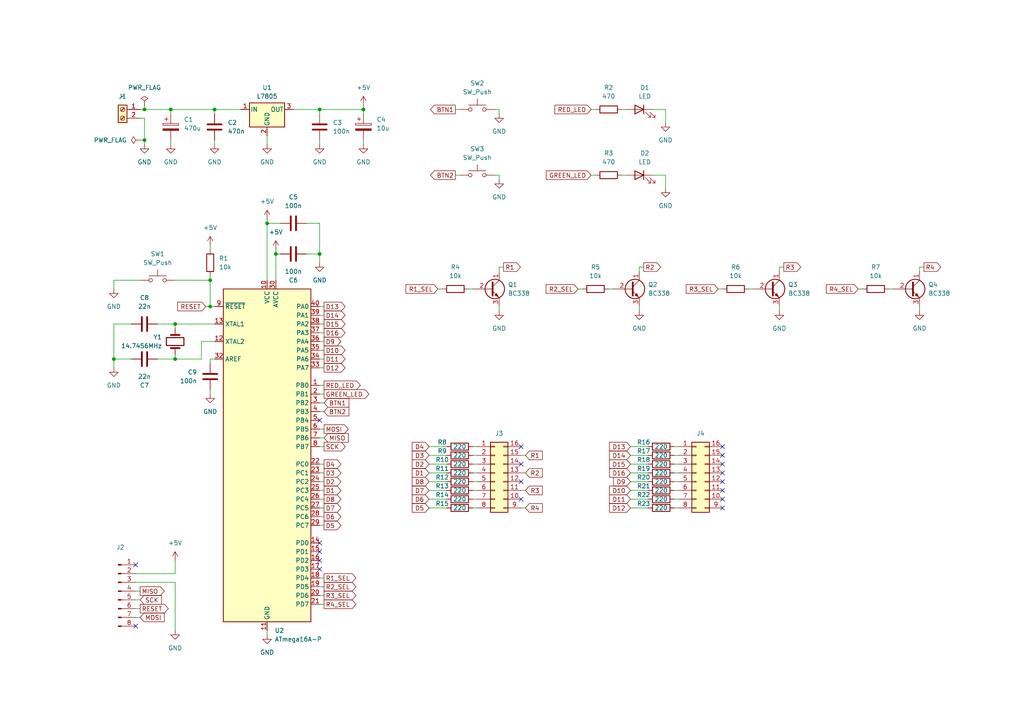
<source format=kicad_sch>
(kicad_sch (version 20230121) (generator eeschema)
  (paper "A4")
  (lib_symbols
    (symbol "Connector:Conn_01x08_Pin" (pin_names (offset 1.016) hide)
      (property "Reference" "J" (at 0 10.16 0))
      (property "Value" "Conn_01x08_Pin" (at 0 -12.7 0))
      (symbol "Conn_01x08_Pin_1_1"
        (polyline (pts (xy 1.27 -10.16) (xy 0.8636 -10.16)) (stroke (width 0.1524)))
        (polyline (pts (xy 1.27 -7.62) (xy 0.8636 -7.62)) (stroke (width 0.1524)))
        (polyline (pts (xy 1.27 -5.08) (xy 0.8636 -5.08)) (stroke (width 0.1524)))
        (polyline (pts (xy 1.27 -2.54) (xy 0.8636 -2.54)) (stroke (width 0.1524)))
        (polyline (pts (xy 1.27 0) (xy 0.8636 0)) (stroke (width 0.1524)))
        (polyline (pts (xy 1.27 2.54) (xy 0.8636 2.54)) (stroke (width 0.1524)))
        (polyline (pts (xy 1.27 5.08) (xy 0.8636 5.08)) (stroke (width 0.1524)))
        (polyline (pts (xy 1.27 7.62) (xy 0.8636 7.62)) (stroke (width 0.1524)))
        (rectangle (start 0.8636 -10.033) (end 0 -10.287) (stroke (width 0.1524)) (fill (type outline)))
        (rectangle (start 0.8636 -7.493) (end 0 -7.747) (stroke (width 0.1524)) (fill (type outline)))
        (rectangle (start 0.8636 -4.953) (end 0 -5.207) (stroke (width 0.1524)) (fill (type outline)))
        (rectangle (start 0.8636 -2.413) (end 0 -2.667) (stroke (width 0.1524)) (fill (type outline)))
        (rectangle (start 0.8636 0.127) (end 0 -0.127) (stroke (width 0.1524)) (fill (type outline)))
        (rectangle (start 0.8636 2.667) (end 0 2.413) (stroke (width 0.1524)) (fill (type outline)))
        (rectangle (start 0.8636 5.207) (end 0 4.953) (stroke (width 0.1524)) (fill (type outline)))
        (rectangle (start 0.8636 7.747) (end 0 7.493) (stroke (width 0.1524)) (fill (type outline)))
        (pin passive line (at 5.08 7.62 180) (length 3.81) (name "Pin_1") (number "1"))
        (pin passive line (at 5.08 5.08 180) (length 3.81) (name "Pin_2") (number "2"))
        (pin passive line (at 5.08 2.54 180) (length 3.81) (name "Pin_3") (number "3"))
        (pin passive line (at 5.08 0 180) (length 3.81) (name "Pin_4") (number "4"))
        (pin passive line (at 5.08 -2.54 180) (length 3.81) (name "Pin_5") (number "5"))
        (pin passive line (at 5.08 -5.08 180) (length 3.81) (name "Pin_6") (number "6"))
        (pin passive line (at 5.08 -7.62 180) (length 3.81) (name "Pin_7") (number "7"))
        (pin passive line (at 5.08 -10.16 180) (length 3.81) (name "Pin_8") (number "8"))
      )
    )
    (symbol "Connector:Screw_Terminal_01x02" (pin_names (offset 1.016) hide)
      (property "Reference" "J" (at 0 2.54 0))
      (property "Value" "Screw_Terminal_01x02" (at 0 -5.08 0))
      (symbol "Screw_Terminal_01x02_1_1"
        (rectangle (start -1.27 1.27) (end 1.27 -3.81) (stroke (width 0.254)) (fill (type background)))
        (circle (center 0 -2.54) (radius 0.635) (stroke (width 0.1524)))
        (polyline (pts (xy -0.5334 -2.2098) (xy 0.3302 -3.048)) (stroke (width 0.1524)))
        (polyline (pts (xy -0.5334 0.3302) (xy 0.3302 -0.508)) (stroke (width 0.1524)))
        (polyline (pts (xy -0.3556 -2.032) (xy 0.508 -2.8702)) (stroke (width 0.1524)))
        (polyline (pts (xy -0.3556 0.508) (xy 0.508 -0.3302)) (stroke (width 0.1524)))
        (circle (center 0 0) (radius 0.635) (stroke (width 0.1524)))
        (pin passive line (at -5.08 0 0) (length 3.81) (name "Pin_1") (number "1"))
        (pin passive line (at -5.08 -2.54 0) (length 3.81) (name "Pin_2") (number "2"))
      )
    )
    (symbol "Connector_Generic:Conn_02x08_Counter_Clockwise" (pin_names (offset 1.016) hide)
      (property "Reference" "J" (at 1.27 10.16 0))
      (property "Value" "Conn_02x08_Counter_Clockwise" (at 1.27 -12.7 0))
      (symbol "Conn_02x08_Counter_Clockwise_1_1"
        (rectangle (start -1.27 -10.033) (end 0 -10.287) (stroke (width 0.1524)))
        (rectangle (start -1.27 -7.493) (end 0 -7.747) (stroke (width 0.1524)))
        (rectangle (start -1.27 -4.953) (end 0 -5.207) (stroke (width 0.1524)))
        (rectangle (start -1.27 -2.413) (end 0 -2.667) (stroke (width 0.1524)))
        (rectangle (start -1.27 0.127) (end 0 -0.127) (stroke (width 0.1524)))
        (rectangle (start -1.27 2.667) (end 0 2.413) (stroke (width 0.1524)))
        (rectangle (start -1.27 5.207) (end 0 4.953) (stroke (width 0.1524)))
        (rectangle (start -1.27 7.747) (end 0 7.493) (stroke (width 0.1524)))
        (rectangle (start -1.27 8.89) (end 3.81 -11.43) (stroke (width 0.254)) (fill (type background)))
        (rectangle (start 3.81 -10.033) (end 2.54 -10.287) (stroke (width 0.1524)))
        (rectangle (start 3.81 -7.493) (end 2.54 -7.747) (stroke (width 0.1524)))
        (rectangle (start 3.81 -4.953) (end 2.54 -5.207) (stroke (width 0.1524)))
        (rectangle (start 3.81 -2.413) (end 2.54 -2.667) (stroke (width 0.1524)))
        (rectangle (start 3.81 0.127) (end 2.54 -0.127) (stroke (width 0.1524)))
        (rectangle (start 3.81 2.667) (end 2.54 2.413) (stroke (width 0.1524)))
        (rectangle (start 3.81 5.207) (end 2.54 4.953) (stroke (width 0.1524)))
        (rectangle (start 3.81 7.747) (end 2.54 7.493) (stroke (width 0.1524)))
        (pin passive line (at -5.08 7.62 0) (length 3.81) (name "Pin_1") (number "1"))
        (pin passive line (at 7.62 -7.62 180) (length 3.81) (name "Pin_10") (number "10"))
        (pin passive line (at 7.62 -5.08 180) (length 3.81) (name "Pin_11") (number "11"))
        (pin passive line (at 7.62 -2.54 180) (length 3.81) (name "Pin_12") (number "12"))
        (pin passive line (at 7.62 0 180) (length 3.81) (name "Pin_13") (number "13"))
        (pin passive line (at 7.62 2.54 180) (length 3.81) (name "Pin_14") (number "14"))
        (pin passive line (at 7.62 5.08 180) (length 3.81) (name "Pin_15") (number "15"))
        (pin passive line (at 7.62 7.62 180) (length 3.81) (name "Pin_16") (number "16"))
        (pin passive line (at -5.08 5.08 0) (length 3.81) (name "Pin_2") (number "2"))
        (pin passive line (at -5.08 2.54 0) (length 3.81) (name "Pin_3") (number "3"))
        (pin passive line (at -5.08 0 0) (length 3.81) (name "Pin_4") (number "4"))
        (pin passive line (at -5.08 -2.54 0) (length 3.81) (name "Pin_5") (number "5"))
        (pin passive line (at -5.08 -5.08 0) (length 3.81) (name "Pin_6") (number "6"))
        (pin passive line (at -5.08 -7.62 0) (length 3.81) (name "Pin_7") (number "7"))
        (pin passive line (at -5.08 -10.16 0) (length 3.81) (name "Pin_8") (number "8"))
        (pin passive line (at 7.62 -10.16 180) (length 3.81) (name "Pin_9") (number "9"))
      )
    )
    (symbol "Device:C" (pin_numbers hide) (pin_names (offset 0.254))
      (property "Reference" "C" (at 0.635 2.54 0))
      (property "Value" "C" (at 0.635 -2.54 0))
      (symbol "C_0_1"
        (polyline (pts (xy -2.032 -0.762) (xy 2.032 -0.762)) (stroke (width 0.508)))
        (polyline (pts (xy -2.032 0.762) (xy 2.032 0.762)) (stroke (width 0.508)))
      )
      (symbol "C_1_1"
        (pin passive line (at 0 3.81 270) (length 2.794) (name "~") (number "1"))
        (pin passive line (at 0 -3.81 90) (length 2.794) (name "~") (number "2"))
      )
    )
    (symbol "Device:C_Polarized" (pin_numbers hide) (pin_names (offset 0.254))
      (property "Reference" "C" (at 0.635 2.54 0))
      (property "Value" "C_Polarized" (at 0.635 -2.54 0))
      (symbol "C_Polarized_0_1"
        (rectangle (start -2.286 0.508) (end 2.286 1.016))
        (polyline (pts (xy -1.778 2.286) (xy -0.762 2.286)))
        (polyline (pts (xy -1.27 2.794) (xy -1.27 1.778)))
        (rectangle (start 2.286 -0.508) (end -2.286 -1.016) (fill (type outline)))
      )
      (symbol "C_Polarized_1_1"
        (pin passive line (at 0 3.81 270) (length 2.794) (name "~") (number "1"))
        (pin passive line (at 0 -3.81 90) (length 2.794) (name "~") (number "2"))
      )
    )
    (symbol "Device:Crystal" (pin_numbers hide) (pin_names (offset 1.016) hide)
      (property "Reference" "Y" (at 0 3.81 0))
      (property "Value" "Crystal" (at 0 -3.81 0))
      (symbol "Crystal_0_1"
        (rectangle (start -1.143 2.54) (end 1.143 -2.54) (stroke (width 0.3048)))
        (polyline (pts (xy -2.54 0) (xy -1.905 0)))
        (polyline (pts (xy -1.905 -1.27) (xy -1.905 1.27)) (stroke (width 0.508)))
        (polyline (pts (xy 1.905 -1.27) (xy 1.905 1.27)) (stroke (width 0.508)))
        (polyline (pts (xy 2.54 0) (xy 1.905 0)))
      )
      (symbol "Crystal_1_1"
        (pin passive line (at -3.81 0 0) (length 1.27) (name "1") (number "1"))
        (pin passive line (at 3.81 0 180) (length 1.27) (name "2") (number "2"))
      )
    )
    (symbol "Device:LED" (pin_numbers hide) (pin_names (offset 1.016) hide)
      (property "Reference" "D" (at 0 2.54 0))
      (property "Value" "LED" (at 0 -2.54 0))
      (symbol "LED_0_1"
        (polyline (pts (xy -1.27 -1.27) (xy -1.27 1.27)) (stroke (width 0.254)))
        (polyline (pts (xy -1.27 0) (xy 1.27 0)))
        (polyline (pts (xy 1.27 -1.27) (xy 1.27 1.27) (xy -1.27 0) (xy 1.27 -1.27)) (stroke (width 0.254)))
        (polyline (pts (xy -3.048 -0.762) (xy -4.572 -2.286) (xy -3.81 -2.286) (xy -4.572 -2.286) (xy -4.572 -1.524)))
        (polyline (pts (xy -1.778 -0.762) (xy -3.302 -2.286) (xy -2.54 -2.286) (xy -3.302 -2.286) (xy -3.302 -1.524)))
      )
      (symbol "LED_1_1"
        (pin passive line (at -3.81 0 0) (length 2.54) (name "K") (number "1"))
        (pin passive line (at 3.81 0 180) (length 2.54) (name "A") (number "2"))
      )
    )
    (symbol "Device:R" (pin_numbers hide) (pin_names (offset 0))
      (property "Reference" "R" (at 2.032 0 90))
      (property "Value" "R" (at 0 0 90))
      (symbol "R_0_1"
        (rectangle (start -1.016 -2.54) (end 1.016 2.54) (stroke (width 0.254)))
      )
      (symbol "R_1_1"
        (pin passive line (at 0 3.81 270) (length 1.27) (name "~") (number "1"))
        (pin passive line (at 0 -3.81 90) (length 1.27) (name "~") (number "2"))
      )
    )
    (symbol "MCU_Microchip_ATmega:ATmega16A-P"
      (property "Reference" "U" (at -12.7 49.53 0))
      (property "Value" "ATmega16A-P" (at 2.54 -49.53 0))
      (symbol "ATmega16A-P_0_1"
        (rectangle (start -12.7 -48.26) (end 12.7 48.26) (stroke (width 0.254)) (fill (type background)))
      )
      (symbol "ATmega16A-P_1_1"
        (pin bidirectional line (at 15.24 20.32 180) (length 2.54) (name "PB0") (number "1"))
        (pin power_in line (at 0 50.8 270) (length 2.54) (name "VCC") (number "10"))
        (pin power_in line (at 0 -50.8 90) (length 2.54) (name "GND") (number "11"))
        (pin output line (at -15.24 33.02 0) (length 2.54) (name "XTAL2") (number "12"))
        (pin input line (at -15.24 38.1 0) (length 2.54) (name "XTAL1") (number "13"))
        (pin bidirectional line (at 15.24 -25.4 180) (length 2.54) (name "PD0") (number "14"))
        (pin bidirectional line (at 15.24 -27.94 180) (length 2.54) (name "PD1") (number "15"))
        (pin bidirectional line (at 15.24 -30.48 180) (length 2.54) (name "PD2") (number "16"))
        (pin bidirectional line (at 15.24 -33.02 180) (length 2.54) (name "PD3") (number "17"))
        (pin bidirectional line (at 15.24 -35.56 180) (length 2.54) (name "PD4") (number "18"))
        (pin bidirectional line (at 15.24 -38.1 180) (length 2.54) (name "PD5") (number "19"))
        (pin bidirectional line (at 15.24 17.78 180) (length 2.54) (name "PB1") (number "2"))
        (pin bidirectional line (at 15.24 -40.64 180) (length 2.54) (name "PD6") (number "20"))
        (pin bidirectional line (at 15.24 -43.18 180) (length 2.54) (name "PD7") (number "21"))
        (pin bidirectional line (at 15.24 -2.54 180) (length 2.54) (name "PC0") (number "22"))
        (pin bidirectional line (at 15.24 -5.08 180) (length 2.54) (name "PC1") (number "23"))
        (pin bidirectional line (at 15.24 -7.62 180) (length 2.54) (name "PC2") (number "24"))
        (pin bidirectional line (at 15.24 -10.16 180) (length 2.54) (name "PC3") (number "25"))
        (pin bidirectional line (at 15.24 -12.7 180) (length 2.54) (name "PC4") (number "26"))
        (pin bidirectional line (at 15.24 -15.24 180) (length 2.54) (name "PC5") (number "27"))
        (pin bidirectional line (at 15.24 -17.78 180) (length 2.54) (name "PC6") (number "28"))
        (pin bidirectional line (at 15.24 -20.32 180) (length 2.54) (name "PC7") (number "29"))
        (pin bidirectional line (at 15.24 15.24 180) (length 2.54) (name "PB2") (number "3"))
        (pin power_in line (at 2.54 50.8 270) (length 2.54) (name "AVCC") (number "30"))
        (pin passive line (at 0 -50.8 90) (length 2.54) hide (name "GND") (number "31"))
        (pin passive line (at -15.24 27.94 0) (length 2.54) (name "AREF") (number "32"))
        (pin bidirectional line (at 15.24 25.4 180) (length 2.54) (name "PA7") (number "33"))
        (pin bidirectional line (at 15.24 27.94 180) (length 2.54) (name "PA6") (number "34"))
        (pin bidirectional line (at 15.24 30.48 180) (length 2.54) (name "PA5") (number "35"))
        (pin bidirectional line (at 15.24 33.02 180) (length 2.54) (name "PA4") (number "36"))
        (pin bidirectional line (at 15.24 35.56 180) (length 2.54) (name "PA3") (number "37"))
        (pin bidirectional line (at 15.24 38.1 180) (length 2.54) (name "PA2") (number "38"))
        (pin bidirectional line (at 15.24 40.64 180) (length 2.54) (name "PA1") (number "39"))
        (pin bidirectional line (at 15.24 12.7 180) (length 2.54) (name "PB3") (number "4"))
        (pin bidirectional line (at 15.24 43.18 180) (length 2.54) (name "PA0") (number "40"))
        (pin bidirectional line (at 15.24 10.16 180) (length 2.54) (name "PB4") (number "5"))
        (pin bidirectional line (at 15.24 7.62 180) (length 2.54) (name "PB5") (number "6"))
        (pin bidirectional line (at 15.24 5.08 180) (length 2.54) (name "PB6") (number "7"))
        (pin bidirectional line (at 15.24 2.54 180) (length 2.54) (name "PB7") (number "8"))
        (pin input line (at -15.24 43.18 0) (length 2.54) (name "~{RESET}") (number "9"))
      )
    )
    (symbol "Regulator_Linear:L7805" (pin_names (offset 0.254))
      (property "Reference" "U" (at -3.81 3.175 0))
      (property "Value" "L7805" (at 0 3.175 0))
      (symbol "L7805_0_1"
        (rectangle (start -5.08 1.905) (end 5.08 -5.08) (stroke (width 0.254)) (fill (type background)))
      )
      (symbol "L7805_1_1"
        (pin power_in line (at -7.62 0 0) (length 2.54) (name "IN") (number "1"))
        (pin power_in line (at 0 -7.62 90) (length 2.54) (name "GND") (number "2"))
        (pin power_out line (at 7.62 0 180) (length 2.54) (name "OUT") (number "3"))
      )
    )
    (symbol "Switch:SW_Push" (pin_numbers hide) (pin_names (offset 1.016) hide)
      (property "Reference" "SW" (at 1.27 2.54 0))
      (property "Value" "SW_Push" (at 0 -1.524 0))
      (symbol "SW_Push_0_1"
        (circle (center -2.032 0) (radius 0.508))
        (polyline (pts (xy 0 1.27) (xy 0 3.048)))
        (polyline (pts (xy 2.54 1.27) (xy -2.54 1.27)))
        (circle (center 2.032 0) (radius 0.508))
        (pin passive line (at -5.08 0 0) (length 2.54) (name "1") (number "1"))
        (pin passive line (at 5.08 0 180) (length 2.54) (name "2") (number "2"))
      )
    )
    (symbol "Transistor_BJT:BC338" (pin_names (offset 0) hide)
      (property "Reference" "Q" (at 5.08 1.905 0))
      (property "Value" "BC338" (at 5.08 0 0))
      (symbol "BC338_0_1"
        (polyline (pts (xy 0 0) (xy 0.635 0)))
        (polyline (pts (xy 0.635 0.635) (xy 2.54 2.54)))
        (polyline (pts (xy 0.635 -0.635) (xy 2.54 -2.54) (xy 2.54 -2.54)))
        (polyline (pts (xy 0.635 1.905) (xy 0.635 -1.905) (xy 0.635 -1.905)) (stroke (width 0.508)))
        (polyline (pts (xy 1.27 -1.778) (xy 1.778 -1.27) (xy 2.286 -2.286) (xy 1.27 -1.778) (xy 1.27 -1.778)) (fill (type outline)))
        (circle (center 1.27 0) (radius 2.8194) (stroke (width 0.254)))
      )
      (symbol "BC338_1_1"
        (pin passive line (at 2.54 5.08 270) (length 2.54) (name "C") (number "1"))
        (pin input line (at -5.08 0 0) (length 5.08) (name "B") (number "2"))
        (pin passive line (at 2.54 -5.08 90) (length 2.54) (name "E") (number "3"))
      )
    )
    (symbol "power:+5V" (power) (pin_names (offset 0))
      (property "Value" "+5V" (at 0 3.556 0))
      (symbol "+5V_0_1"
        (polyline (pts (xy -0.762 1.27) (xy 0 2.54)))
        (polyline (pts (xy 0 0) (xy 0 2.54)))
        (polyline (pts (xy 0 2.54) (xy 0.762 1.27)))
      )
      (symbol "+5V_1_1"
        (pin power_in line (at 0 0 90) (length 0) hide (name "+5V") (number "1"))
      )
    )
    (symbol "power:GND" (power) (pin_names (offset 0))
      (property "Value" "GND" (at 0 -3.81 0))
      (symbol "GND_0_1"
        (polyline (pts (xy 0 0) (xy 0 -1.27) (xy 1.27 -1.27) (xy 0 -2.54) (xy -1.27 -1.27) (xy 0 -1.27)))
      )
      (symbol "GND_1_1"
        (pin power_in line (at 0 0 270) (length 0) hide (name "GND") (number "1"))
      )
    )
    (symbol "power:PWR_FLAG" (power) (pin_numbers hide) (pin_names (offset 0) hide)
      (property "Value" "PWR_FLAG" (at 0 3.81 0))
      (symbol "PWR_FLAG_0_0"
        (pin power_out line (at 0 0 90) (length 0) (name "pwr") (number "1"))
      )
      (symbol "PWR_FLAG_0_1"
        (polyline (pts (xy 0 0) (xy 0 1.27) (xy -1.016 1.905) (xy 0 2.54) (xy 1.016 1.905) (xy 0 1.27)))
      )
    )
  )
  (junction (at 41.91 31.75))
  (junction (at 92.71 73.66))
  (junction (at 80.01 73.66))
  (junction (at 105.41 31.75))
  (junction (at 41.91 40.64))
  (junction (at 60.96 88.9))
  (junction (at 77.47 64.77))
  (junction (at 49.53 31.75))
  (junction (at 50.8 93.98))
  (junction (at 60.96 81.28))
  (junction (at 50.8 104.14))
  (junction (at 62.23 31.75))
  (junction (at 92.71 31.75))
  (junction (at 33.02 104.14))
  (no_connect (at 151.13 129.54))
  (no_connect (at 151.13 139.7))
  (no_connect (at 209.55 139.7))
  (no_connect (at 209.55 142.24))
  (no_connect (at 151.13 134.62))
  (no_connect (at 92.71 165.1))
  (no_connect (at 209.55 144.78))
  (no_connect (at 39.37 163.83))
  (no_connect (at 39.37 181.61))
  (no_connect (at 209.55 134.62))
  (no_connect (at 209.55 137.16))
  (no_connect (at 209.55 147.32))
  (no_connect (at 92.71 121.92))
  (no_connect (at 92.71 160.02))
  (no_connect (at 92.71 157.48))
  (no_connect (at 209.55 129.54))
  (no_connect (at 209.55 132.08))
  (no_connect (at 151.13 144.78))
  (no_connect (at 92.71 162.56))
  (wire (pts (xy 77.47 64.77) (xy 77.47 81.28)))
  (wire (pts (xy 124.46 139.7) (xy 129.54 139.7)))
  (wire (pts (xy 41.91 30.48) (xy 41.91 31.75)))
  (wire (pts (xy 132.08 31.75) (xy 133.35 31.75)))
  (wire (pts (xy 39.37 168.91) (xy 50.8 168.91)))
  (wire (pts (xy 144.78 88.9) (xy 144.78 90.17)))
  (wire (pts (xy 151.13 132.08) (xy 152.4 132.08)))
  (wire (pts (xy 182.88 129.54) (xy 187.96 129.54)))
  (wire (pts (xy 60.96 81.28) (xy 60.96 88.9)))
  (wire (pts (xy 69.85 31.75) (xy 62.23 31.75)))
  (wire (pts (xy 137.16 134.62) (xy 138.43 134.62)))
  (wire (pts (xy 50.8 168.91) (xy 50.8 182.88)))
  (wire (pts (xy 167.64 83.82) (xy 168.91 83.82)))
  (wire (pts (xy 195.58 134.62) (xy 196.85 134.62)))
  (wire (pts (xy 92.71 101.6) (xy 93.98 101.6)))
  (wire (pts (xy 195.58 139.7) (xy 196.85 139.7)))
  (wire (pts (xy 143.51 31.75) (xy 144.78 31.75)))
  (wire (pts (xy 105.41 30.48) (xy 105.41 31.75)))
  (wire (pts (xy 50.8 104.14) (xy 58.42 104.14)))
  (wire (pts (xy 124.46 137.16) (xy 129.54 137.16)))
  (wire (pts (xy 124.46 142.24) (xy 129.54 142.24)))
  (wire (pts (xy 60.96 113.03) (xy 60.96 114.3)))
  (wire (pts (xy 176.53 83.82) (xy 177.8 83.82)))
  (wire (pts (xy 137.16 147.32) (xy 138.43 147.32)))
  (wire (pts (xy 105.41 40.64) (xy 105.41 41.91)))
  (wire (pts (xy 182.88 132.08) (xy 187.96 132.08)))
  (wire (pts (xy 40.64 40.64) (xy 41.91 40.64)))
  (wire (pts (xy 137.16 139.7) (xy 138.43 139.7)))
  (wire (pts (xy 92.71 73.66) (xy 92.71 76.2)))
  (wire (pts (xy 33.02 93.98) (xy 33.02 104.14)))
  (wire (pts (xy 92.71 167.64) (xy 93.98 167.64)))
  (wire (pts (xy 151.13 147.32) (xy 152.4 147.32)))
  (wire (pts (xy 80.01 81.28) (xy 80.01 73.66)))
  (wire (pts (xy 127 83.82) (xy 128.27 83.82)))
  (wire (pts (xy 40.64 171.45) (xy 39.37 171.45)))
  (wire (pts (xy 185.42 88.9) (xy 185.42 90.17)))
  (wire (pts (xy 92.71 175.26) (xy 93.98 175.26)))
  (wire (pts (xy 195.58 144.78) (xy 196.85 144.78)))
  (wire (pts (xy 137.16 137.16) (xy 138.43 137.16)))
  (wire (pts (xy 77.47 39.37) (xy 77.47 41.91)))
  (wire (pts (xy 226.06 88.9) (xy 226.06 90.17)))
  (wire (pts (xy 85.09 31.75) (xy 92.71 31.75)))
  (wire (pts (xy 171.45 31.75) (xy 172.72 31.75)))
  (wire (pts (xy 144.78 77.47) (xy 146.05 77.47)))
  (wire (pts (xy 80.01 72.39) (xy 80.01 73.66)))
  (wire (pts (xy 50.8 102.87) (xy 50.8 104.14)))
  (wire (pts (xy 182.88 139.7) (xy 187.96 139.7)))
  (wire (pts (xy 193.04 31.75) (xy 193.04 35.56)))
  (wire (pts (xy 88.9 64.77) (xy 92.71 64.77)))
  (wire (pts (xy 182.88 144.78) (xy 187.96 144.78)))
  (wire (pts (xy 182.88 134.62) (xy 187.96 134.62)))
  (wire (pts (xy 124.46 134.62) (xy 129.54 134.62)))
  (wire (pts (xy 92.71 96.52) (xy 93.98 96.52)))
  (wire (pts (xy 92.71 137.16) (xy 93.98 137.16)))
  (wire (pts (xy 39.37 176.53) (xy 40.64 176.53)))
  (wire (pts (xy 92.71 106.68) (xy 93.98 106.68)))
  (wire (pts (xy 193.04 50.8) (xy 193.04 54.61)))
  (wire (pts (xy 226.06 77.47) (xy 226.06 78.74)))
  (wire (pts (xy 132.08 50.8) (xy 133.35 50.8)))
  (wire (pts (xy 92.71 40.64) (xy 92.71 41.91)))
  (wire (pts (xy 137.16 142.24) (xy 138.43 142.24)))
  (wire (pts (xy 124.46 132.08) (xy 129.54 132.08)))
  (wire (pts (xy 266.7 78.74) (xy 266.7 77.47)))
  (wire (pts (xy 92.71 139.7) (xy 93.98 139.7)))
  (wire (pts (xy 185.42 77.47) (xy 186.69 77.47)))
  (wire (pts (xy 40.64 31.75) (xy 41.91 31.75)))
  (wire (pts (xy 180.34 50.8) (xy 181.61 50.8)))
  (wire (pts (xy 50.8 93.98) (xy 62.23 93.98)))
  (wire (pts (xy 92.71 172.72) (xy 93.98 172.72)))
  (wire (pts (xy 41.91 41.91) (xy 41.91 40.64)))
  (wire (pts (xy 58.42 99.06) (xy 62.23 99.06)))
  (wire (pts (xy 137.16 144.78) (xy 138.43 144.78)))
  (wire (pts (xy 185.42 78.74) (xy 185.42 77.47)))
  (wire (pts (xy 180.34 31.75) (xy 181.61 31.75)))
  (wire (pts (xy 33.02 93.98) (xy 38.1 93.98)))
  (wire (pts (xy 248.92 83.82) (xy 250.19 83.82)))
  (wire (pts (xy 105.41 31.75) (xy 105.41 33.02)))
  (wire (pts (xy 171.45 50.8) (xy 172.72 50.8)))
  (wire (pts (xy 266.7 88.9) (xy 266.7 90.17)))
  (wire (pts (xy 39.37 166.37) (xy 50.8 166.37)))
  (wire (pts (xy 33.02 104.14) (xy 38.1 104.14)))
  (wire (pts (xy 182.88 142.24) (xy 187.96 142.24)))
  (wire (pts (xy 92.71 124.46) (xy 93.98 124.46)))
  (wire (pts (xy 92.71 99.06) (xy 93.98 99.06)))
  (wire (pts (xy 60.96 71.12) (xy 60.96 72.39)))
  (wire (pts (xy 92.71 31.75) (xy 92.71 33.02)))
  (wire (pts (xy 195.58 129.54) (xy 196.85 129.54)))
  (wire (pts (xy 144.78 78.74) (xy 144.78 77.47)))
  (wire (pts (xy 45.72 93.98) (xy 50.8 93.98)))
  (wire (pts (xy 92.71 119.38) (xy 93.98 119.38)))
  (wire (pts (xy 266.7 77.47) (xy 267.97 77.47)))
  (wire (pts (xy 33.02 104.14) (xy 33.02 106.68)))
  (wire (pts (xy 62.23 104.14) (xy 60.96 104.14)))
  (wire (pts (xy 124.46 147.32) (xy 129.54 147.32)))
  (wire (pts (xy 92.71 147.32) (xy 93.98 147.32)))
  (wire (pts (xy 92.71 31.75) (xy 105.41 31.75)))
  (wire (pts (xy 58.42 99.06) (xy 58.42 104.14)))
  (wire (pts (xy 33.02 81.28) (xy 40.64 81.28)))
  (wire (pts (xy 60.96 88.9) (xy 62.23 88.9)))
  (wire (pts (xy 59.69 88.9) (xy 60.96 88.9)))
  (wire (pts (xy 92.71 144.78) (xy 93.98 144.78)))
  (wire (pts (xy 50.8 93.98) (xy 50.8 95.25)))
  (wire (pts (xy 50.8 166.37) (xy 50.8 162.56)))
  (wire (pts (xy 144.78 50.8) (xy 144.78 52.07)))
  (wire (pts (xy 49.53 31.75) (xy 62.23 31.75)))
  (wire (pts (xy 144.78 31.75) (xy 144.78 33.02)))
  (wire (pts (xy 137.16 132.08) (xy 138.43 132.08)))
  (wire (pts (xy 41.91 40.64) (xy 41.91 34.29)))
  (wire (pts (xy 77.47 64.77) (xy 81.28 64.77)))
  (wire (pts (xy 189.23 50.8) (xy 193.04 50.8)))
  (wire (pts (xy 60.96 80.01) (xy 60.96 81.28)))
  (wire (pts (xy 49.53 33.02) (xy 49.53 31.75)))
  (wire (pts (xy 92.71 152.4) (xy 93.98 152.4)))
  (wire (pts (xy 195.58 147.32) (xy 196.85 147.32)))
  (wire (pts (xy 124.46 144.78) (xy 129.54 144.78)))
  (wire (pts (xy 195.58 142.24) (xy 196.85 142.24)))
  (wire (pts (xy 60.96 104.14) (xy 60.96 105.41)))
  (wire (pts (xy 92.71 91.44) (xy 93.98 91.44)))
  (wire (pts (xy 92.71 149.86) (xy 93.98 149.86)))
  (wire (pts (xy 189.23 31.75) (xy 193.04 31.75)))
  (wire (pts (xy 92.71 111.76) (xy 93.98 111.76)))
  (wire (pts (xy 208.28 83.82) (xy 209.55 83.82)))
  (wire (pts (xy 50.8 81.28) (xy 60.96 81.28)))
  (wire (pts (xy 80.01 73.66) (xy 81.28 73.66)))
  (wire (pts (xy 77.47 63.5) (xy 77.47 64.77)))
  (wire (pts (xy 92.71 64.77) (xy 92.71 73.66)))
  (wire (pts (xy 182.88 137.16) (xy 187.96 137.16)))
  (wire (pts (xy 92.71 114.3) (xy 93.98 114.3)))
  (wire (pts (xy 151.13 142.24) (xy 152.4 142.24)))
  (wire (pts (xy 195.58 132.08) (xy 196.85 132.08)))
  (wire (pts (xy 143.51 50.8) (xy 144.78 50.8)))
  (wire (pts (xy 92.71 88.9) (xy 93.98 88.9)))
  (wire (pts (xy 62.23 40.64) (xy 62.23 41.91)))
  (wire (pts (xy 135.89 83.82) (xy 137.16 83.82)))
  (wire (pts (xy 39.37 179.07) (xy 40.64 179.07)))
  (wire (pts (xy 92.71 93.98) (xy 93.98 93.98)))
  (wire (pts (xy 88.9 73.66) (xy 92.71 73.66)))
  (wire (pts (xy 92.71 170.18) (xy 93.98 170.18)))
  (wire (pts (xy 151.13 137.16) (xy 152.4 137.16)))
  (wire (pts (xy 92.71 142.24) (xy 93.98 142.24)))
  (wire (pts (xy 227.33 77.47) (xy 226.06 77.47)))
  (wire (pts (xy 124.46 129.54) (xy 129.54 129.54)))
  (wire (pts (xy 92.71 104.14) (xy 93.98 104.14)))
  (wire (pts (xy 93.98 127) (xy 92.71 127)))
  (wire (pts (xy 92.71 134.62) (xy 93.98 134.62)))
  (wire (pts (xy 137.16 129.54) (xy 138.43 129.54)))
  (wire (pts (xy 62.23 31.75) (xy 62.23 33.02)))
  (wire (pts (xy 257.81 83.82) (xy 259.08 83.82)))
  (wire (pts (xy 49.53 40.64) (xy 49.53 41.91)))
  (wire (pts (xy 92.71 129.54) (xy 93.98 129.54)))
  (wire (pts (xy 195.58 137.16) (xy 196.85 137.16)))
  (wire (pts (xy 41.91 34.29) (xy 40.64 34.29)))
  (wire (pts (xy 39.37 173.99) (xy 40.64 173.99)))
  (wire (pts (xy 217.17 83.82) (xy 218.44 83.82)))
  (wire (pts (xy 33.02 81.28) (xy 33.02 83.82)))
  (wire (pts (xy 92.71 116.84) (xy 93.98 116.84)))
  (wire (pts (xy 45.72 104.14) (xy 50.8 104.14)))
  (wire (pts (xy 77.47 182.88) (xy 77.47 184.15)))
  (wire (pts (xy 41.91 31.75) (xy 49.53 31.75)))
  (wire (pts (xy 182.88 147.32) (xy 187.96 147.32)))
  (global_label "D5" (shape output) (at 93.98 152.4 0) (property "Intersheetrefs" "${INTERSHEET_REFS}" (effects hide)))
  (global_label "SCK" (shape input) (at 40.64 173.99 0) (property "Intersheetrefs" "${INTERSHEET_REFS}" (effects hide)))
  (global_label "MOSI" (shape input) (at 40.64 179.07 0) (property "Intersheetrefs" "${INTERSHEET_REFS}" (effects hide)))
  (global_label "R4" (shape input) (at 152.4 147.32 0) (property "Intersheetrefs" "${INTERSHEET_REFS}" (effects hide)))
  (global_label "SCK" (shape output) (at 93.98 129.54 0) (property "Intersheetrefs" "${INTERSHEET_REFS}" (effects hide)))
  (global_label "D6" (shape input) (at 124.46 144.78 180) (property "Intersheetrefs" "${INTERSHEET_REFS}" (effects hide)))
  (global_label "BTN1" (shape output) (at 132.08 31.75 180) (property "Intersheetrefs" "${INTERSHEET_REFS}" (effects hide)))
  (global_label "MOSI" (shape output) (at 93.98 124.46 0) (property "Intersheetrefs" "${INTERSHEET_REFS}" (effects hide)))
  (global_label "GREEN_LED" (shape output) (at 93.98 114.3 0) (property "Intersheetrefs" "${INTERSHEET_REFS}" (effects hide)))
  (global_label "D8" (shape output) (at 93.98 144.78 0) (property "Intersheetrefs" "${INTERSHEET_REFS}" (effects hide)))
  (global_label "D13" (shape input) (at 182.88 129.54 180) (property "Intersheetrefs" "${INTERSHEET_REFS}" (effects hide)))
  (global_label "RED_LED" (shape output) (at 93.98 111.76 0) (property "Intersheetrefs" "${INTERSHEET_REFS}" (effects hide)))
  (global_label "R1" (shape output) (at 146.05 77.47 0) (property "Intersheetrefs" "${INTERSHEET_REFS}" (effects hide)))
  (global_label "R1_SEL" (shape output) (at 93.98 167.64 0) (property "Intersheetrefs" "${INTERSHEET_REFS}" (effects hide)))
  (global_label "RESET" (shape output) (at 40.64 176.53 0) (property "Intersheetrefs" "${INTERSHEET_REFS}" (effects hide)))
  (global_label "MISO" (shape input) (at 93.98 127 0) (property "Intersheetrefs" "${INTERSHEET_REFS}" (effects hide)))
  (global_label "R2_SEL" (shape input) (at 167.64 83.82 180) (property "Intersheetrefs" "${INTERSHEET_REFS}" (effects hide)))
  (global_label "D7" (shape input) (at 124.46 142.24 180) (property "Intersheetrefs" "${INTERSHEET_REFS}" (effects hide)))
  (global_label "D6" (shape output) (at 93.98 149.86 0) (property "Intersheetrefs" "${INTERSHEET_REFS}" (effects hide)))
  (global_label "D15" (shape output) (at 93.98 93.98 0) (property "Intersheetrefs" "${INTERSHEET_REFS}" (effects hide)))
  (global_label "D9" (shape input) (at 182.88 139.7 180) (property "Intersheetrefs" "${INTERSHEET_REFS}" (effects hide)))
  (global_label "D14" (shape input) (at 182.88 132.08 180) (property "Intersheetrefs" "${INTERSHEET_REFS}" (effects hide)))
  (global_label "D11" (shape output) (at 93.98 104.14 0) (property "Intersheetrefs" "${INTERSHEET_REFS}" (effects hide)))
  (global_label "GREEN_LED" (shape input) (at 171.45 50.8 180) (property "Intersheetrefs" "${INTERSHEET_REFS}" (effects hide)))
  (global_label "R1" (shape input) (at 152.4 132.08 0) (property "Intersheetrefs" "${INTERSHEET_REFS}" (effects hide)))
  (global_label "D2" (shape input) (at 124.46 134.62 180) (property "Intersheetrefs" "${INTERSHEET_REFS}" (effects hide)))
  (global_label "BTN2" (shape output) (at 132.08 50.8 180) (property "Intersheetrefs" "${INTERSHEET_REFS}" (effects hide)))
  (global_label "R4" (shape output) (at 267.97 77.47 0) (property "Intersheetrefs" "${INTERSHEET_REFS}" (effects hide)))
  (global_label "BTN1" (shape input) (at 93.98 116.84 0) (property "Intersheetrefs" "${INTERSHEET_REFS}" (effects hide)))
  (global_label "D16" (shape input) (at 182.88 137.16 180) (property "Intersheetrefs" "${INTERSHEET_REFS}" (effects hide)))
  (global_label "D3" (shape input) (at 124.46 132.08 180) (property "Intersheetrefs" "${INTERSHEET_REFS}" (effects hide)))
  (global_label "D5" (shape input) (at 124.46 147.32 180) (property "Intersheetrefs" "${INTERSHEET_REFS}" (effects hide)))
  (global_label "D12" (shape input) (at 182.88 147.32 180) (property "Intersheetrefs" "${INTERSHEET_REFS}" (effects hide)))
  (global_label "RED_LED" (shape input) (at 171.45 31.75 180) (property "Intersheetrefs" "${INTERSHEET_REFS}" (effects hide)))
  (global_label "R4_SEL" (shape input) (at 248.92 83.82 180) (property "Intersheetrefs" "${INTERSHEET_REFS}" (effects hide)))
  (global_label "R3_SEL" (shape output) (at 93.98 172.72 0) (property "Intersheetrefs" "${INTERSHEET_REFS}" (effects hide)))
  (global_label "D16" (shape output) (at 93.98 96.52 0) (property "Intersheetrefs" "${INTERSHEET_REFS}" (effects hide)))
  (global_label "BTN2" (shape input) (at 93.98 119.38 0) (property "Intersheetrefs" "${INTERSHEET_REFS}" (effects hide)))
  (global_label "R4_SEL" (shape output) (at 93.98 175.26 0) (property "Intersheetrefs" "${INTERSHEET_REFS}" (effects hide)))
  (global_label "D10" (shape output) (at 93.98 101.6 0) (property "Intersheetrefs" "${INTERSHEET_REFS}" (effects hide)))
  (global_label "R2" (shape input) (at 152.4 137.16 0) (property "Intersheetrefs" "${INTERSHEET_REFS}" (effects hide)))
  (global_label "D3" (shape output) (at 93.98 137.16 0) (property "Intersheetrefs" "${INTERSHEET_REFS}" (effects hide)))
  (global_label "D7" (shape output) (at 93.98 147.32 0) (property "Intersheetrefs" "${INTERSHEET_REFS}" (effects hide)))
  (global_label "RESET" (shape input) (at 59.69 88.9 180) (property "Intersheetrefs" "${INTERSHEET_REFS}" (effects hide)))
  (global_label "D1" (shape input) (at 124.46 137.16 180) (property "Intersheetrefs" "${INTERSHEET_REFS}" (effects hide)))
  (global_label "D8" (shape input) (at 124.46 139.7 180) (property "Intersheetrefs" "${INTERSHEET_REFS}" (effects hide)))
  (global_label "D4" (shape output) (at 93.98 134.62 0) (property "Intersheetrefs" "${INTERSHEET_REFS}" (effects hide)))
  (global_label "D11" (shape input) (at 182.88 144.78 180) (property "Intersheetrefs" "${INTERSHEET_REFS}" (effects hide)))
  (global_label "D1" (shape output) (at 93.98 142.24 0) (property "Intersheetrefs" "${INTERSHEET_REFS}" (effects hide)))
  (global_label "R2" (shape output) (at 186.69 77.47 0) (property "Intersheetrefs" "${INTERSHEET_REFS}" (effects hide)))
  (global_label "D4" (shape input) (at 124.46 129.54 180) (property "Intersheetrefs" "${INTERSHEET_REFS}" (effects hide)))
  (global_label "D15" (shape input) (at 182.88 134.62 180) (property "Intersheetrefs" "${INTERSHEET_REFS}" (effects hide)))
  (global_label "D12" (shape output) (at 93.98 106.68 0) (property "Intersheetrefs" "${INTERSHEET_REFS}" (effects hide)))
  (global_label "MISO" (shape output) (at 40.64 171.45 0) (property "Intersheetrefs" "${INTERSHEET_REFS}" (effects hide)))
  (global_label "R3_SEL" (shape input) (at 208.28 83.82 180) (property "Intersheetrefs" "${INTERSHEET_REFS}" (effects hide)))
  (global_label "R3" (shape output) (at 227.33 77.47 0) (property "Intersheetrefs" "${INTERSHEET_REFS}" (effects hide)))
  (global_label "D13" (shape output) (at 93.98 88.9 0) (property "Intersheetrefs" "${INTERSHEET_REFS}" (effects hide)))
  (global_label "R2_SEL" (shape output) (at 93.98 170.18 0) (property "Intersheetrefs" "${INTERSHEET_REFS}" (effects hide)))
  (global_label "D10" (shape input) (at 182.88 142.24 180) (property "Intersheetrefs" "${INTERSHEET_REFS}" (effects hide)))
  (global_label "D14" (shape output) (at 93.98 91.44 0) (property "Intersheetrefs" "${INTERSHEET_REFS}" (effects hide)))
  (global_label "D2" (shape output) (at 93.98 139.7 0) (property "Intersheetrefs" "${INTERSHEET_REFS}" (effects hide)))
  (global_label "R3" (shape input) (at 152.4 142.24 0) (property "Intersheetrefs" "${INTERSHEET_REFS}" (effects hide)))
  (global_label "D9" (shape output) (at 93.98 99.06 0) (property "Intersheetrefs" "${INTERSHEET_REFS}" (effects hide)))
  (global_label "R1_SEL" (shape input) (at 127 83.82 180) (property "Intersheetrefs" "${INTERSHEET_REFS}" (effects hide)))
  (symbol (lib_id "Device:R") (at 133.35 129.54 90) (unit 1)
    (property "Reference" "R8" (at 128.27 128.27 90))
    (property "Value" "220" (at 133.35 129.54 90))
    (instances (project "led_cube4" (path "" (reference "R8") (unit 1)) (path "" (reference "R3") (unit 1))))
  )
  (symbol (lib_id "power:PWR_FLAG") (at 41.91 30.48 0) (unit 1)
    (property "Reference" "#FLG02" (effects hide))
    (property "Value" "PWR_FLAG" (at 41.91 25.4 0))
  )
  (symbol (lib_id "power:PWR_FLAG") (at 40.64 40.64 90) (unit 1)
    (property "Reference" "#FLG01" (effects hide))
    (property "Value" "PWR_FLAG" (at 36.83 40.64 90) (effects (justify left)))
  )
  (symbol (lib_id "Connector:Conn_01x08_Pin") (at 34.29 171.45 0) (unit 1)
    (property "Reference" "J2" (at 34.925 158.75 0))
    (property "Value" "Conn_01x08_Pin" (effects hide))
  )
  (symbol (lib_id "Connector_Generic:Conn_02x08_Counter_Clockwise") (at 143.51 137.16 0) (unit 1)
    (property "Reference" "J3" (at 144.78 125.73 0))
    (property "Value" "Conn_02x08_Counter_Clockwise" (effects hide))
  )
  (symbol (lib_id "Device:R") (at 133.35 142.24 90) (unit 1)
    (property "Reference" "R13" (at 128.27 140.97 90))
    (property "Value" "220" (at 133.35 142.24 90))
    (instances (project "led_cube4" (path "" (reference "R13") (unit 1)) (path "" (reference "R8") (unit 1))))
  )
  (symbol (lib_id "MCU_Microchip_ATmega:ATmega16A-P") (at 77.47 132.08 0) (unit 1)
    (property "Reference" "U2" (at 79.6641 182.88 0) (effects (justify left)))
    (property "Value" "ATmega16A-P" (at 79.6641 185.42 0) (effects (justify left)))
    (property "Footprint" "Package_DIP:DIP-40_W15.24mm" (effects hide))
    (property "Datasheet" "http://ww1.microchip.com/downloads/en/DeviceDoc/Atmel-8154-8-bit-AVR-ATmega16A_Datasheet.pdf" (effects hide))
  )
  (symbol (lib_id "Transistor_BJT:BC338") (at 142.24 83.82 0) (unit 1)
    (property "Reference" "Q1" (at 147.32 82.55 0) (effects (justify left)))
    (property "Value" "BC338" (at 147.32 85.09 0) (effects (justify left)))
    (property "Footprint" "Package_TO_SOT_THT:TO-92_Inline" (effects hide))
    (property "Datasheet" "http://diotec.com/tl_files/diotec/files/pdf/datasheets/bc337" (effects hide))
  )
  (symbol (lib_id "Device:R") (at 172.72 83.82 90) (unit 1)
    (property "Reference" "R5" (at 172.72 77.47 90))
    (property "Value" "10k" (at 172.72 80.01 90))
    (instances (project "led_cube4" (path "" (reference "R5") (unit 1)) (path "" (reference "R11") (unit 1))))
  )
  (symbol (lib_id "power:GND") (at 77.47 41.91 0) (unit 1)
    (property "Reference" "#PWR03" (effects hide))
    (property "Value" "GND" (at 77.47 46.99 0))
    (instances (project "led_cube4" (path "" (reference "#PWR03") (unit 1)) (path "" (reference "#PWR04") (unit 1))))
  )
  (symbol (lib_id "power:GND") (at 193.04 35.56 0) (unit 1)
    (property "Reference" "#PWR019" (effects hide))
    (property "Value" "GND" (at 193.04 40.64 0))
    (instances (project "led_cube4" (path "" (reference "#PWR019") (unit 1)) (path "" (reference "#PWR021") (unit 1))))
  )
  (symbol (lib_id "Device:R") (at 133.35 147.32 90) (unit 1)
    (property "Reference" "R15" (at 128.27 146.05 90))
    (property "Value" "220" (at 133.35 147.32 90))
    (instances (project "led_cube4" (path "" (reference "R15") (unit 1)) (path "" (reference "R10") (unit 1))))
  )
  (symbol (lib_id "power:GND") (at 62.23 41.91 0) (unit 1)
    (property "Reference" "#PWR02" (effects hide))
    (property "Value" "GND" (at 62.23 46.99 0))
    (instances (project "led_cube4" (path "" (reference "#PWR02") (unit 1)) (path "" (reference "#PWR03") (unit 1))))
  )
  (symbol (lib_id "Device:R") (at 191.77 137.16 90) (unit 1)
    (property "Reference" "R19" (at 186.69 135.89 90))
    (property "Value" "220" (at 191.77 137.16 90))
    (instances (project "led_cube4" (path "" (reference "R19") (unit 1)) (path "" (reference "R17") (unit 1))))
  )
  (symbol (lib_id "Device:R") (at 191.77 129.54 90) (unit 1)
    (property "Reference" "R16" (at 186.69 128.27 90))
    (property "Value" "220" (at 191.77 129.54 90))
    (instances (project "led_cube4" (path "" (reference "R16") (unit 1)) (path "" (reference "R14") (unit 1))))
  )
  (symbol (lib_id "power:GND") (at 49.53 41.91 0) (unit 1)
    (property "Reference" "#PWR01" (effects hide))
    (property "Value" "GND" (at 49.53 46.99 0))
    (instances (project "led_cube4" (path "" (reference "#PWR01") (unit 1)) (path "" (reference "#PWR02") (unit 1))))
  )
  (symbol (lib_id "power:GND") (at 144.78 52.07 0) (unit 1)
    (property "Reference" "#PWR016" (effects hide))
    (property "Value" "GND" (at 144.78 57.15 0))
    (instances (project "led_cube4" (path "" (reference "#PWR016") (unit 1)) (path "" (reference "#PWR017") (unit 1))))
  )
  (symbol (lib_id "Device:R") (at 133.35 132.08 90) (unit 1)
    (property "Reference" "R9" (at 128.27 130.81 90))
    (property "Value" "220" (at 133.35 132.08 90))
    (instances (project "led_cube4" (path "" (reference "R9") (unit 1)) (path "" (reference "R4") (unit 1))))
  )
  (symbol (lib_id "power:+5V") (at 50.8 162.56 0) (unit 1)
    (property "Reference" "#PWR014" (effects hide))
    (property "Value" "+5V" (at 50.8 157.48 0))
    (instances (project "led_cube4" (path "" (reference "#PWR014") (unit 1)) (path "" (reference "#PWR010") (unit 1))))
  )
  (symbol (lib_id "Device:C") (at 62.23 36.83 0) (unit 1)
    (property "Reference" "C2" (at 66.04 35.56 0) (effects (justify left)))
    (property "Value" "470n" (at 66.04 38.1 0) (effects (justify left)))
  )
  (symbol (lib_id "Device:LED") (at 185.42 50.8 0) (mirror y) (unit 1)
    (property "Reference" "D2" (at 187.0075 44.45 0))
    (property "Value" "LED" (at 187.0075 46.99 0))
  )
  (symbol (lib_id "Device:R") (at 176.53 50.8 90) (unit 1)
    (property "Reference" "R3" (at 176.53 44.45 90))
    (property "Value" "470" (at 176.53 46.99 90))
    (instances (project "led_cube4" (path "" (reference "R3") (unit 1)) (path "" (reference "R13") (unit 1))))
  )
  (symbol (lib_id "Switch:SW_Push") (at 138.43 31.75 0) (unit 1)
    (property "Reference" "SW2" (at 138.43 24.13 0))
    (property "Value" "SW_Push" (at 138.43 26.67 0))
  )
  (symbol (lib_id "Connector_Generic:Conn_02x08_Counter_Clockwise") (at 201.93 137.16 0) (unit 1)
    (property "Reference" "J4" (at 203.2 125.73 0))
    (property "Value" "Conn_02x08_Counter_Clockwise" (effects hide))
  )
  (symbol (lib_id "Transistor_BJT:BC338") (at 223.52 83.82 0) (unit 1)
    (property "Reference" "Q3" (at 228.6 82.55 0) (effects (justify left)))
    (property "Value" "BC338" (at 228.6 85.09 0) (effects (justify left)))
    (property "Footprint" "Package_TO_SOT_THT:TO-92_Inline" (effects hide))
    (property "Datasheet" "http://diotec.com/tl_files/diotec/files/pdf/datasheets/bc337" (effects hide))
  )
  (symbol (lib_id "Device:R") (at 133.35 137.16 90) (unit 1)
    (property "Reference" "R11" (at 128.27 135.89 90))
    (property "Value" "220" (at 133.35 137.16 90))
    (instances (project "led_cube4" (path "" (reference "R11") (unit 1)) (path "" (reference "R6") (unit 1))))
  )
  (symbol (lib_id "power:GND") (at 226.06 90.17 0) (unit 1)
    (property "Reference" "#PWR023" (effects hide))
    (property "Value" "GND" (at 226.06 95.25 0))
  )
  (symbol (lib_id "power:GND") (at 50.8 182.88 0) (unit 1)
    (property "Reference" "#PWR015" (effects hide))
    (property "Value" "GND" (at 50.8 187.96 0))
    (instances (project "led_cube4" (path "" (reference "#PWR015") (unit 1)) (path "" (reference "#PWR011") (unit 1))))
  )
  (symbol (lib_id "Device:R") (at 191.77 144.78 90) (unit 1)
    (property "Reference" "R22" (at 186.69 143.51 90))
    (property "Value" "220" (at 191.77 144.78 90))
    (instances (project "led_cube4" (path "" (reference "R22") (unit 1)) (path "" (reference "R20") (unit 1))))
  )
  (symbol (lib_id "Device:Crystal") (at 50.8 99.06 90) (mirror x) (unit 1)
    (property "Reference" "Y1" (at 46.99 97.79 90) (effects (justify left)))
    (property "Value" "14.7456MHz" (at 46.99 100.33 90) (effects (justify left)))
    (property "Footprint" "Crystal:Crystal_AT310_D3.0mm_L10.0mm_Horizontal" (effects hide))
  )
  (symbol (lib_id "Switch:SW_Push") (at 45.72 81.28 0) (unit 1)
    (property "Reference" "SW1" (at 45.72 73.66 0))
    (property "Value" "SW_Push" (at 45.72 76.2 0))
  )
  (symbol (lib_id "Transistor_BJT:BC338") (at 182.88 83.82 0) (unit 1)
    (property "Reference" "Q2" (at 187.96 82.55 0) (effects (justify left)))
    (property "Value" "BC338" (at 187.96 85.09 0) (effects (justify left)))
    (property "Footprint" "Package_TO_SOT_THT:TO-92_Inline" (effects hide))
    (property "Datasheet" "http://diotec.com/tl_files/diotec/files/pdf/datasheets/bc337" (effects hide))
  )
  (symbol (lib_id "power:+5V") (at 60.96 71.12 0) (unit 1)
    (property "Reference" "#PWR018" (effects hide))
    (property "Value" "+5V" (at 60.96 66.04 0))
    (instances (project "led_cube4" (path "" (reference "#PWR018") (unit 1)) (path "" (reference "#PWR012") (unit 1))))
  )
  (symbol (lib_id "power:GND") (at 77.47 184.15 0) (unit 1)
    (property "Reference" "#PWR08" (effects hide))
    (property "Value" "GND" (at 77.47 189.23 0))
    (instances (project "led_cube4" (path "" (reference "#PWR08") (unit 1)) (path "" (reference "#PWR015") (unit 1))))
  )
  (symbol (lib_id "Device:R") (at 191.77 147.32 90) (unit 1)
    (property "Reference" "R23" (at 186.69 146.05 90))
    (property "Value" "220" (at 191.77 147.32 90))
    (instances (project "led_cube4" (path "" (reference "R23") (unit 1)) (path "" (reference "R21") (unit 1))))
  )
  (symbol (lib_id "Device:R") (at 213.36 83.82 90) (unit 1)
    (property "Reference" "R6" (at 213.36 77.47 90))
    (property "Value" "10k" (at 213.36 80.01 90))
    (instances (project "led_cube4" (path "" (reference "R6") (unit 1)) (path "" (reference "R22") (unit 1))))
  )
  (symbol (lib_id "power:GND") (at 92.71 76.2 0) (unit 1)
    (property "Reference" "#PWR09" (effects hide))
    (property "Value" "GND" (at 92.71 81.28 0))
    (instances (project "led_cube4" (path "" (reference "#PWR09") (unit 1)) (path "" (reference "#PWR025") (unit 1))))
  )
  (symbol (lib_id "power:GND") (at 144.78 90.17 0) (unit 1)
    (property "Reference" "#PWR021" (effects hide))
    (property "Value" "GND" (at 144.78 95.25 0))
    (instances (project "led_cube4" (path "" (reference "#PWR021") (unit 1)) (path "" (reference "#PWR019") (unit 1))))
  )
  (symbol (lib_id "Device:C") (at 41.91 93.98 90) (unit 1)
    (property "Reference" "C8" (at 41.91 86.36 90))
    (property "Value" "22n" (at 41.91 88.9 90))
    (instances (project "led_cube4" (path "" (reference "C8") (unit 1)) (path "" (reference "C5") (unit 1))))
  )
  (symbol (lib_id "Device:C") (at 41.91 104.14 90) (mirror x) (unit 1)
    (property "Reference" "C7" (at 41.91 111.76 90))
    (property "Value" "22n" (at 41.91 109.22 90))
    (instances (project "led_cube4" (path "" (reference "C7") (unit 1)) (path "" (reference "C6") (unit 1))))
  )
  (symbol (lib_id "Device:R") (at 133.35 134.62 90) (unit 1)
    (property "Reference" "R10" (at 128.27 133.35 90))
    (property "Value" "220" (at 133.35 134.62 90))
    (instances (project "led_cube4" (path "" (reference "R10") (unit 1)) (path "" (reference "R5") (unit 1))))
  )
  (symbol (lib_id "Regulator_Linear:L7805") (at 77.47 31.75 0) (unit 1)
    (property "Reference" "U1" (at 77.47 25.4 0))
    (property "Value" "L7805" (at 77.47 27.94 0))
    (property "Datasheet" "http://www.st.com/content/ccc/resource/technical/document/datasheet/41/4f/b3/b0/12/d4/47/88/CD00000444.pdf/files/CD00000444.pdf/jcr:content/translations/en.CD00000444.pdf" (effects hide))
  )
  (symbol (lib_id "power:GND") (at 185.42 90.17 0) (unit 1)
    (property "Reference" "#PWR022" (effects hide))
    (property "Value" "GND" (at 185.42 95.25 0))
    (instances (project "led_cube4" (path "" (reference "#PWR022") (unit 1)) (path "" (reference "#PWR020") (unit 1))))
  )
  (symbol (lib_id "power:GND") (at 33.02 83.82 0) (unit 1)
    (property "Reference" "#PWR011" (effects hide))
    (property "Value" "GND" (at 33.02 88.9 0))
    (instances (project "led_cube4" (path "" (reference "#PWR011") (unit 1)) (path "" (reference "#PWR08") (unit 1))))
  )
  (symbol (lib_id "power:GND") (at 60.96 114.3 0) (unit 1)
    (property "Reference" "#PWR025" (effects hide))
    (property "Value" "GND" (at 60.96 119.38 0))
    (instances (project "led_cube4" (path "" (reference "#PWR025") (unit 1)) (path "" (reference "#PWR013") (unit 1))))
  )
  (symbol (lib_id "Connector:Screw_Terminal_01x02") (at 35.56 31.75 0) (mirror y) (unit 1)
    (property "Reference" "J1" (at 35.56 27.94 0))
    (property "Value" "~" (at 35.56 27.94 0))
  )
  (symbol (lib_id "Device:R") (at 176.53 31.75 90) (unit 1)
    (property "Reference" "R2" (at 176.53 25.4 90))
    (property "Value" "470" (at 176.53 27.94 90))
    (instances (project "led_cube4" (path "" (reference "R2") (unit 1)) (path "" (reference "R12") (unit 1))))
  )
  (symbol (lib_id "Device:R") (at 191.77 134.62 90) (unit 1)
    (property "Reference" "R18" (at 186.69 133.35 90))
    (property "Value" "220" (at 191.77 134.62 90))
    (instances (project "led_cube4" (path "" (reference "R18") (unit 1)) (path "" (reference "R16") (unit 1))))
  )
  (symbol (lib_id "Device:R") (at 191.77 142.24 90) (unit 1)
    (property "Reference" "R21" (at 186.69 140.97 90))
    (property "Value" "220" (at 191.77 142.24 90))
    (instances (project "led_cube4" (path "" (reference "R21") (unit 1)) (path "" (reference "R19") (unit 1))))
  )
  (symbol (lib_id "Device:C") (at 85.09 64.77 90) (unit 1)
    (property "Reference" "C5" (at 85.09 57.15 90))
    (property "Value" "100n" (at 85.09 59.69 90))
    (instances (project "led_cube4" (path "" (reference "C5") (unit 1)) (path "" (reference "C8") (unit 1))))
  )
  (symbol (lib_id "Transistor_BJT:BC338") (at 264.16 83.82 0) (unit 1)
    (property "Reference" "Q4" (at 269.24 82.55 0) (effects (justify left)))
    (property "Value" "BC338" (at 269.24 85.09 0) (effects (justify left)))
    (property "Footprint" "Package_TO_SOT_THT:TO-92_Inline" (effects hide))
    (property "Datasheet" "http://diotec.com/tl_files/diotec/files/pdf/datasheets/bc337" (effects hide))
  )
  (symbol (lib_id "Device:R") (at 191.77 139.7 90) (unit 1)
    (property "Reference" "R20" (at 186.69 138.43 90))
    (property "Value" "220" (at 191.77 139.7 90))
    (instances (project "led_cube4" (path "" (reference "R20") (unit 1)) (path "" (reference "R18") (unit 1))))
  )
  (symbol (lib_id "power:GND") (at 41.91 41.91 0) (unit 1)
    (property "Reference" "#PWR07" (effects hide))
    (property "Value" "GND" (at 41.91 46.99 0))
    (instances (project "led_cube4" (path "" (reference "#PWR07") (unit 1)) (path "" (reference "#PWR01") (unit 1))))
  )
  (symbol (lib_id "power:GND") (at 266.7 90.17 0) (unit 1)
    (property "Reference" "#PWR024" (effects hide))
    (property "Value" "GND" (at 266.7 95.25 0))
  )
  (symbol (lib_id "power:GND") (at 105.41 41.91 0) (unit 1)
    (property "Reference" "#PWR05" (effects hide))
    (property "Value" "GND" (at 105.41 46.99 0))
    (instances (project "led_cube4" (path "" (reference "#PWR05") (unit 1)) (path "" (reference "#PWR07") (unit 1))))
  )
  (symbol (lib_id "power:+5V") (at 77.47 63.5 0) (unit 1)
    (property "Reference" "#PWR012" (effects hide))
    (property "Value" "+5V" (at 77.47 58.42 0))
    (instances (project "led_cube4" (path "" (reference "#PWR012") (unit 1)) (path "" (reference "#PWR014") (unit 1))))
  )
  (symbol (lib_id "Device:R") (at 133.35 144.78 90) (unit 1)
    (property "Reference" "R14" (at 128.27 143.51 90))
    (property "Value" "220" (at 133.35 144.78 90))
    (instances (project "led_cube4" (path "" (reference "R14") (unit 1)) (path "" (reference "R9") (unit 1))))
  )
  (symbol (lib_id "Device:R") (at 60.96 76.2 0) (unit 1)
    (property "Reference" "R1" (at 63.5 74.93 0) (effects (justify left)))
    (property "Value" "10k" (at 63.5 77.47 0) (effects (justify left)))
  )
  (symbol (lib_id "Device:C") (at 92.71 36.83 0) (unit 1)
    (property "Reference" "C3" (at 96.52 35.56 0) (effects (justify left)))
    (property "Value" "100n" (at 96.52 38.1 0) (effects (justify left)))
  )
  (symbol (lib_id "power:GND") (at 144.78 33.02 0) (unit 1)
    (property "Reference" "#PWR017" (effects hide))
    (property "Value" "GND" (at 144.78 38.1 0))
    (instances (project "led_cube4" (path "" (reference "#PWR017") (unit 1)) (path "" (reference "#PWR016") (unit 1))))
  )
  (symbol (lib_id "Device:C_Polarized") (at 105.41 36.83 0) (unit 1)
    (property "Reference" "C4" (at 109.22 34.671 0) (effects (justify left)))
    (property "Value" "10u" (at 109.22 37.211 0) (effects (justify left)))
  )
  (symbol (lib_id "Device:R") (at 133.35 139.7 90) (unit 1)
    (property "Reference" "R12" (at 128.27 138.43 90))
    (property "Value" "220" (at 133.35 139.7 90))
    (instances (project "led_cube4" (path "" (reference "R12") (unit 1)) (path "" (reference "R7") (unit 1))))
  )
  (symbol (lib_id "power:+5V") (at 105.41 30.48 0) (unit 1)
    (property "Reference" "#PWR06" (effects hide))
    (property "Value" "+5V" (at 105.41 25.4 0))
  )
  (symbol (lib_id "Device:C") (at 60.96 109.22 0) (mirror y) (unit 1)
    (property "Reference" "C9" (at 57.15 107.95 0) (effects (justify left)))
    (property "Value" "100n" (at 57.15 110.49 0) (effects (justify left)))
    (instances (project "led_cube4" (path "" (reference "C9") (unit 1)) (path "" (reference "C7") (unit 1))))
  )
  (symbol (lib_id "power:GND") (at 193.04 54.61 0) (unit 1)
    (property "Reference" "#PWR020" (effects hide))
    (property "Value" "GND" (at 193.04 59.69 0))
    (instances (project "led_cube4" (path "" (reference "#PWR020") (unit 1)) (path "" (reference "#PWR022") (unit 1))))
  )
  (symbol (lib_id "Switch:SW_Push") (at 138.43 50.8 0) (unit 1)
    (property "Reference" "SW3" (at 138.43 43.18 0))
    (property "Value" "SW_Push" (at 138.43 45.72 0))
  )
  (symbol (lib_id "Device:R") (at 191.77 132.08 90) (unit 1)
    (property "Reference" "R17" (at 186.69 130.81 90))
    (property "Value" "220" (at 191.77 132.08 90))
    (instances (project "led_cube4" (path "" (reference "R17") (unit 1)) (path "" (reference "R15") (unit 1))))
  )
  (symbol (lib_id "Device:C_Polarized") (at 49.53 36.83 0) (unit 1)
    (property "Reference" "C1" (at 53.34 34.671 0) (effects (justify left)))
    (property "Value" "470u" (at 53.34 37.211 0) (effects (justify left)))
  )
  (symbol (lib_id "Device:R") (at 132.08 83.82 90) (unit 1)
    (property "Reference" "R4" (at 132.08 77.47 90))
    (property "Value" "10k" (at 132.08 80.01 90))
    (instances (project "led_cube4" (path "" (reference "R4") (unit 1)) (path "" (reference "R2") (unit 1))))
  )
  (symbol (lib_id "power:GND") (at 92.71 41.91 0) (unit 1)
    (property "Reference" "#PWR04" (effects hide))
    (property "Value" "GND" (at 92.71 46.99 0))
    (instances (project "led_cube4" (path "" (reference "#PWR04") (unit 1)) (path "" (reference "#PWR05") (unit 1))))
  )
  (symbol (lib_id "power:+5V") (at 80.01 72.39 0) (unit 1)
    (property "Reference" "#PWR013" (effects hide))
    (property "Value" "+5V" (at 80.01 67.31 0))
    (instances (project "led_cube4" (path "" (reference "#PWR013") (unit 1)) (path "" (reference "#PWR018") (unit 1))))
  )
  (symbol (lib_id "Device:LED") (at 185.42 31.75 0) (mirror y) (unit 1)
    (property "Reference" "D1" (at 187.0075 25.4 0))
    (property "Value" "LED" (at 187.0075 27.94 0))
  )
  (symbol (lib_id "Device:R") (at 254 83.82 90) (unit 1)
    (property "Reference" "R7" (at 254 77.47 90))
    (property "Value" "10k" (at 254 80.01 90))
    (instances (project "led_cube4" (path "" (reference "R7") (unit 1)) (path "" (reference "R23") (unit 1))))
  )
  (symbol (lib_id "power:GND") (at 33.02 106.68 0) (unit 1)
    (property "Reference" "#PWR010" (effects hide))
    (property "Value" "GND" (at 33.02 111.76 0))
    (instances (project "led_cube4" (path "" (reference "#PWR010") (unit 1)) (path "" (reference "#PWR09") (unit 1))))
  )
  (symbol (lib_id "Device:C") (at 85.09 73.66 90) (mirror x) (unit 1)
    (property "Reference" "C6" (at 85.09 81.28 90))
    (property "Value" "100n" (at 85.09 78.74 90))
    (instances (project "led_cube4" (path "" (reference "C6") (unit 1)) (path "" (reference "C9") (unit 1))))
  )
)
</source>
